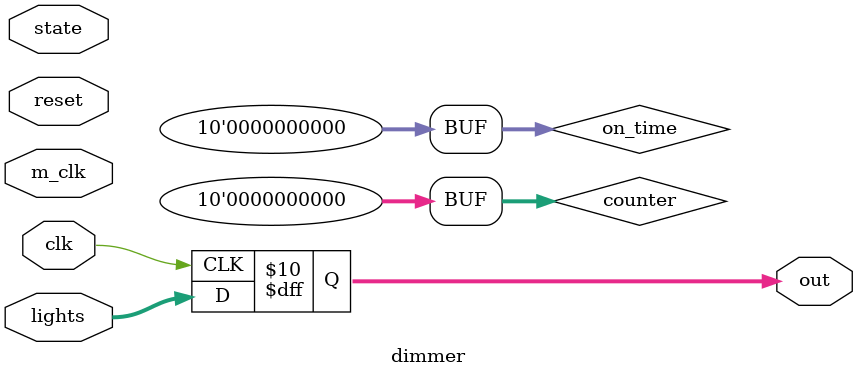
<source format=v>
`timescale 1ns / 1ps


module dimmer(input clk, input reset, input m_clk, input [2:0] state, input [5:0] lights, output reg [5:0] out);
    reg [9:0] on_time;
    reg [9:0] counter;
    reg c_light_state;
    always @ (posedge m_clk)
        on_time <= on_time + 1;
    
    always @ (posedge clk) begin
        counter = counter + 1;
        c_light_state = (counter <= on_time);
        out = lights;
        /*if (~(state == 3'b111))
            out[state] = c_light_state;*/
    end
        
    always @ (posedge reset) begin
        on_time <= 0;
        counter <= 0;
    end
    always @ (state) begin
        on_time <= 0;
        counter <= 0;
    end
    
endmodule

</source>
